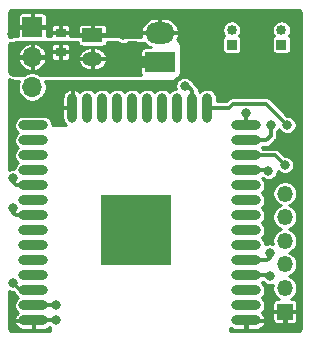
<source format=gbl>
G04 #@! TF.GenerationSoftware,KiCad,Pcbnew,(5.1.6)-1*
G04 #@! TF.CreationDate,2020-09-12T19:57:54+12:00*
G04 #@! TF.ProjectId,ESPAnt,45535041-6e74-42e6-9b69-6361645f7063,rev?*
G04 #@! TF.SameCoordinates,PX42c1d80PY8f0d180*
G04 #@! TF.FileFunction,Copper,L2,Bot*
G04 #@! TF.FilePolarity,Positive*
%FSLAX46Y46*%
G04 Gerber Fmt 4.6, Leading zero omitted, Abs format (unit mm)*
G04 Created by KiCad (PCBNEW (5.1.6)-1) date 2020-09-12 19:57:54*
%MOMM*%
%LPD*%
G01*
G04 APERTURE LIST*
G04 #@! TA.AperFunction,ComponentPad*
%ADD10R,0.850000X0.850000*%
G04 #@! TD*
G04 #@! TA.AperFunction,ComponentPad*
%ADD11C,0.850000*%
G04 #@! TD*
G04 #@! TA.AperFunction,SMDPad,CuDef*
%ADD12R,6.000000X6.000000*%
G04 #@! TD*
G04 #@! TA.AperFunction,SMDPad,CuDef*
%ADD13O,2.500000X0.900000*%
G04 #@! TD*
G04 #@! TA.AperFunction,SMDPad,CuDef*
%ADD14O,0.900000X2.500000*%
G04 #@! TD*
G04 #@! TA.AperFunction,ComponentPad*
%ADD15R,1.350000X1.350000*%
G04 #@! TD*
G04 #@! TA.AperFunction,ComponentPad*
%ADD16O,1.350000X1.350000*%
G04 #@! TD*
G04 #@! TA.AperFunction,ComponentPad*
%ADD17R,1.700000X1.700000*%
G04 #@! TD*
G04 #@! TA.AperFunction,ComponentPad*
%ADD18O,1.700000X1.700000*%
G04 #@! TD*
G04 #@! TA.AperFunction,SMDPad,CuDef*
%ADD19R,0.900000X0.800000*%
G04 #@! TD*
G04 #@! TA.AperFunction,ComponentPad*
%ADD20R,1.700000X1.200000*%
G04 #@! TD*
G04 #@! TA.AperFunction,ComponentPad*
%ADD21O,1.700000X1.200000*%
G04 #@! TD*
G04 #@! TA.AperFunction,ComponentPad*
%ADD22O,2.500000X1.800000*%
G04 #@! TD*
G04 #@! TA.AperFunction,ComponentPad*
%ADD23R,2.500000X1.800000*%
G04 #@! TD*
G04 #@! TA.AperFunction,ViaPad*
%ADD24C,0.800000*%
G04 #@! TD*
G04 #@! TA.AperFunction,Conductor*
%ADD25C,0.350000*%
G04 #@! TD*
G04 #@! TA.AperFunction,Conductor*
%ADD26C,1.000000*%
G04 #@! TD*
G04 #@! TA.AperFunction,Conductor*
%ADD27C,0.254000*%
G04 #@! TD*
G04 APERTURE END LIST*
D10*
X25200000Y31400000D03*
D11*
X25200000Y32650000D03*
D10*
X21000000Y31400000D03*
D11*
X21000000Y32650000D03*
D12*
X12900000Y15750000D03*
D13*
X4200000Y8050000D03*
X4200000Y9320000D03*
X4200000Y10590000D03*
X4200000Y11860000D03*
X4200000Y13130000D03*
X4200000Y14400000D03*
X4200000Y15670000D03*
X4200000Y16940000D03*
X4200000Y18210000D03*
X4200000Y19480000D03*
X4200000Y20750000D03*
X4200000Y22020000D03*
X4200000Y23290000D03*
X4200000Y24560000D03*
D14*
X7485000Y26050000D03*
X8755000Y26050000D03*
X10025000Y26050000D03*
X11295000Y26050000D03*
X12565000Y26050000D03*
X13835000Y26050000D03*
X15105000Y26050000D03*
X16375000Y26050000D03*
X17645000Y26050000D03*
X18915000Y26050000D03*
D13*
X22200000Y24560000D03*
X22200000Y23290000D03*
X22200000Y22020000D03*
X22200000Y20750000D03*
X22200000Y19480000D03*
X22200000Y18210000D03*
X22200000Y16940000D03*
X22200000Y15670000D03*
X22200000Y14400000D03*
X22200000Y13130000D03*
X22200000Y11860000D03*
X22200000Y10590000D03*
X22200000Y9320000D03*
X22200000Y8050000D03*
D15*
X25500000Y8800000D03*
D16*
X25500000Y10800000D03*
X25500000Y12800000D03*
X25500000Y14800000D03*
X25500000Y16800000D03*
X25500000Y18800000D03*
D17*
X4100000Y32900000D03*
D18*
X4100000Y30360000D03*
X4100000Y27820000D03*
D19*
X6500000Y32400000D03*
X6500000Y30800000D03*
D20*
X9200000Y32200000D03*
D21*
X9200000Y30200000D03*
D22*
X14900000Y32400000D03*
D23*
X14900000Y29900000D03*
D24*
X14700000Y17000000D03*
X14700000Y14700000D03*
X11200000Y14700000D03*
X11200000Y17000000D03*
X6100000Y8050000D03*
X24100000Y7900000D03*
X2450000Y7450000D03*
X2400000Y32300000D03*
X2500000Y25700000D03*
X26400000Y26700000D03*
X26400000Y29900000D03*
X26400000Y33700000D03*
X22700000Y33800000D03*
X18000000Y33800000D03*
X11800000Y33900000D03*
X6600000Y33900000D03*
X24300000Y15800000D03*
X24300000Y17900000D03*
X12000000Y28000000D03*
X14500000Y28000000D03*
X6100000Y26100000D03*
X7500000Y28000000D03*
X20500000Y28300000D03*
X18600000Y31200000D03*
X11800000Y32200000D03*
X12700000Y29900000D03*
X10950000Y30250000D03*
X6100000Y9350000D03*
X2500000Y17550000D03*
X2500000Y20100000D03*
X17000000Y27900000D03*
X24100000Y20700000D03*
X25500000Y21200000D03*
X24300000Y24600000D03*
X25700000Y24600000D03*
X22200000Y25600000D03*
X2500000Y11200000D03*
X24200000Y13800000D03*
X24200000Y11800000D03*
D25*
X4200000Y8050000D02*
X5900000Y8050000D01*
X5900000Y8050000D02*
X6100000Y8050000D01*
X5300000Y32900000D02*
X5800000Y32400000D01*
X4100000Y32900000D02*
X5300000Y32900000D01*
X5800000Y32400000D02*
X6500000Y32400000D01*
X6500000Y32400000D02*
X7600000Y32400000D01*
X7800000Y32200000D02*
X9200000Y32200000D01*
X7600000Y32400000D02*
X7800000Y32200000D01*
X9200000Y32200000D02*
X11800000Y32200000D01*
X12000000Y32400000D02*
X14900000Y32400000D01*
X11800000Y32200000D02*
X12000000Y32400000D01*
X11800000Y32200000D02*
X11800000Y32200000D01*
X5302081Y30360000D02*
X5742081Y30800000D01*
X4100000Y30360000D02*
X5302081Y30360000D01*
X5742081Y30800000D02*
X6500000Y30800000D01*
X7350000Y30800000D02*
X6500000Y30800000D01*
X9200000Y30200000D02*
X7950000Y30200000D01*
X7950000Y30200000D02*
X7350000Y30800000D01*
X10400000Y30200000D02*
X10450000Y30250000D01*
X9200000Y30200000D02*
X10400000Y30200000D01*
X10450000Y30250000D02*
X10950000Y30250000D01*
D26*
X12250000Y29900000D02*
X12700000Y29900000D01*
D25*
X11900000Y30250000D02*
X12250000Y29900000D01*
D26*
X12700000Y29900000D02*
X14900000Y29900000D01*
D25*
X10950000Y30250000D02*
X11900000Y30250000D01*
X4200000Y9320000D02*
X6070000Y9320000D01*
X6070000Y9320000D02*
X6100000Y9350000D01*
X2500000Y17150000D02*
X2500000Y17550000D01*
X4200000Y16940000D02*
X2710000Y16940000D01*
X2710000Y16940000D02*
X2500000Y17150000D01*
X2500000Y19750000D02*
X2500000Y20100000D01*
X4200000Y19480000D02*
X2770000Y19480000D01*
X2770000Y19480000D02*
X2500000Y19750000D01*
X17000000Y27900000D02*
X17250000Y27900000D01*
X17645000Y27505000D02*
X17645000Y26050000D01*
X17250000Y27900000D02*
X17645000Y27505000D01*
X22200000Y20750000D02*
X23850000Y20750000D01*
X23850000Y20750000D02*
X23900000Y20700000D01*
X23900000Y20700000D02*
X24100000Y20700000D01*
X22200000Y22020000D02*
X24680000Y22020000D01*
X24680000Y22020000D02*
X25500000Y21200000D01*
X22200000Y23290000D02*
X23890000Y23290000D01*
X23890000Y23290000D02*
X24300000Y23700000D01*
X24300000Y23700000D02*
X24300000Y24600000D01*
X18915000Y26050000D02*
X20750000Y26050000D01*
X20750000Y26050000D02*
X21100000Y26400000D01*
X23900000Y26400000D02*
X25700000Y24600000D01*
X21100000Y26400000D02*
X23900000Y26400000D01*
X22200000Y24560000D02*
X22200000Y25600000D01*
X4200000Y10590000D02*
X3110000Y10590000D01*
X3110000Y10590000D02*
X2500000Y11200000D01*
X24200000Y13380000D02*
X24200000Y13800000D01*
X22200000Y13130000D02*
X23950000Y13130000D01*
X23950000Y13130000D02*
X24200000Y13380000D01*
X23800000Y11860000D02*
X23860000Y11800000D01*
X22200000Y11860000D02*
X23800000Y11860000D01*
X23860000Y11800000D02*
X24200000Y11800000D01*
D27*
G36*
X2130058Y10507887D02*
G01*
X2272191Y10449013D01*
X2423078Y10419000D01*
X2494698Y10419000D01*
X2622140Y10291558D01*
X2628542Y10270452D01*
X2705706Y10126088D01*
X2809552Y9999552D01*
X2863838Y9955000D01*
X2809552Y9910448D01*
X2705706Y9783912D01*
X2628542Y9639548D01*
X2581025Y9482904D01*
X2564980Y9320000D01*
X2581025Y9157096D01*
X2628542Y9000452D01*
X2705706Y8856088D01*
X2809552Y8729552D01*
X2865329Y8683777D01*
X2778454Y8603665D01*
X2682382Y8471769D01*
X2613888Y8323665D01*
X2588110Y8227189D01*
X2665817Y8098000D01*
X4152000Y8098000D01*
X4152000Y8118000D01*
X4248000Y8118000D01*
X4248000Y8098000D01*
X4268000Y8098000D01*
X4268000Y8002000D01*
X4248000Y8002000D01*
X4248000Y7219000D01*
X5048000Y7219000D01*
X5209198Y7244332D01*
X5362356Y7300625D01*
X5501589Y7385716D01*
X5621546Y7496335D01*
X5623000Y7498331D01*
X5623000Y7127000D01*
X2508328Y7127000D01*
X2403743Y7140769D01*
X2314045Y7177923D01*
X2237024Y7237024D01*
X2177923Y7314045D01*
X2140769Y7403743D01*
X2127000Y7508328D01*
X2127000Y7872811D01*
X2588110Y7872811D01*
X2613888Y7776335D01*
X2682382Y7628231D01*
X2778454Y7496335D01*
X2898411Y7385716D01*
X3037644Y7300625D01*
X3190802Y7244332D01*
X3352000Y7219000D01*
X4152000Y7219000D01*
X4152000Y8002000D01*
X2665817Y8002000D01*
X2588110Y7872811D01*
X2127000Y7872811D01*
X2127000Y10509930D01*
X2130058Y10507887D01*
G37*
X2130058Y10507887D02*
X2272191Y10449013D01*
X2423078Y10419000D01*
X2494698Y10419000D01*
X2622140Y10291558D01*
X2628542Y10270452D01*
X2705706Y10126088D01*
X2809552Y9999552D01*
X2863838Y9955000D01*
X2809552Y9910448D01*
X2705706Y9783912D01*
X2628542Y9639548D01*
X2581025Y9482904D01*
X2564980Y9320000D01*
X2581025Y9157096D01*
X2628542Y9000452D01*
X2705706Y8856088D01*
X2809552Y8729552D01*
X2865329Y8683777D01*
X2778454Y8603665D01*
X2682382Y8471769D01*
X2613888Y8323665D01*
X2588110Y8227189D01*
X2665817Y8098000D01*
X4152000Y8098000D01*
X4152000Y8118000D01*
X4248000Y8118000D01*
X4248000Y8098000D01*
X4268000Y8098000D01*
X4268000Y8002000D01*
X4248000Y8002000D01*
X4248000Y7219000D01*
X5048000Y7219000D01*
X5209198Y7244332D01*
X5362356Y7300625D01*
X5501589Y7385716D01*
X5621546Y7496335D01*
X5623000Y7498331D01*
X5623000Y7127000D01*
X2508328Y7127000D01*
X2403743Y7140769D01*
X2314045Y7177923D01*
X2237024Y7237024D01*
X2177923Y7314045D01*
X2140769Y7403743D01*
X2127000Y7508328D01*
X2127000Y7872811D01*
X2588110Y7872811D01*
X2613888Y7776335D01*
X2682382Y7628231D01*
X2778454Y7496335D01*
X2898411Y7385716D01*
X3037644Y7300625D01*
X3190802Y7244332D01*
X3352000Y7219000D01*
X4152000Y7219000D01*
X4152000Y8002000D01*
X2665817Y8002000D01*
X2588110Y7872811D01*
X2127000Y7872811D01*
X2127000Y10509930D01*
X2130058Y10507887D01*
G36*
X26596257Y34359231D02*
G01*
X26685955Y34322077D01*
X26762976Y34262976D01*
X26822077Y34185955D01*
X26859231Y34096257D01*
X26873000Y33991672D01*
X26873000Y7508328D01*
X26859231Y7403743D01*
X26822077Y7314045D01*
X26762976Y7237024D01*
X26685955Y7177923D01*
X26596257Y7140769D01*
X26491672Y7127000D01*
X20877000Y7127000D01*
X20877000Y7405460D01*
X20898411Y7385716D01*
X21037644Y7300625D01*
X21190802Y7244332D01*
X21352000Y7219000D01*
X22152000Y7219000D01*
X22152000Y8002000D01*
X22248000Y8002000D01*
X22248000Y7219000D01*
X23048000Y7219000D01*
X23209198Y7244332D01*
X23362356Y7300625D01*
X23501589Y7385716D01*
X23621546Y7496335D01*
X23717618Y7628231D01*
X23786112Y7776335D01*
X23811890Y7872811D01*
X23734183Y8002000D01*
X22248000Y8002000D01*
X22152000Y8002000D01*
X22132000Y8002000D01*
X22132000Y8098000D01*
X22152000Y8098000D01*
X22152000Y8118000D01*
X22248000Y8118000D01*
X22248000Y8098000D01*
X23734183Y8098000D01*
X23750423Y8125000D01*
X24442157Y8125000D01*
X24449513Y8050311D01*
X24471299Y7978492D01*
X24506678Y7912304D01*
X24554289Y7854289D01*
X24612304Y7806678D01*
X24678492Y7771299D01*
X24750311Y7749513D01*
X24825000Y7742157D01*
X25356750Y7744000D01*
X25452000Y7839250D01*
X25452000Y8752000D01*
X25548000Y8752000D01*
X25548000Y7839250D01*
X25643250Y7744000D01*
X26175000Y7742157D01*
X26249689Y7749513D01*
X26321508Y7771299D01*
X26387696Y7806678D01*
X26445711Y7854289D01*
X26493322Y7912304D01*
X26528701Y7978492D01*
X26550487Y8050311D01*
X26557843Y8125000D01*
X26556000Y8656750D01*
X26460750Y8752000D01*
X25548000Y8752000D01*
X25452000Y8752000D01*
X24539250Y8752000D01*
X24444000Y8656750D01*
X24442157Y8125000D01*
X23750423Y8125000D01*
X23811890Y8227189D01*
X23786112Y8323665D01*
X23717618Y8471769D01*
X23621546Y8603665D01*
X23534671Y8683777D01*
X23590448Y8729552D01*
X23694294Y8856088D01*
X23771458Y9000452D01*
X23818975Y9157096D01*
X23835020Y9320000D01*
X23818975Y9482904D01*
X23771458Y9639548D01*
X23694294Y9783912D01*
X23590448Y9910448D01*
X23536162Y9955000D01*
X23590448Y9999552D01*
X23694294Y10126088D01*
X23771458Y10270452D01*
X23818975Y10427096D01*
X23835020Y10590000D01*
X23818975Y10752904D01*
X23771458Y10909548D01*
X23694294Y11053912D01*
X23590448Y11180448D01*
X23536162Y11225000D01*
X23590448Y11269552D01*
X23606449Y11289050D01*
X23702141Y11193358D01*
X23830058Y11107887D01*
X23972191Y11049013D01*
X24123078Y11019000D01*
X24276922Y11019000D01*
X24427809Y11049013D01*
X24476887Y11069342D01*
X24444000Y10904007D01*
X24444000Y10695993D01*
X24484581Y10491976D01*
X24564185Y10299796D01*
X24679751Y10126839D01*
X24826839Y9979751D01*
X24999796Y9864185D01*
X25016711Y9857179D01*
X24825000Y9857843D01*
X24750311Y9850487D01*
X24678492Y9828701D01*
X24612304Y9793322D01*
X24554289Y9745711D01*
X24506678Y9687696D01*
X24471299Y9621508D01*
X24449513Y9549689D01*
X24442157Y9475000D01*
X24444000Y8943250D01*
X24539250Y8848000D01*
X25452000Y8848000D01*
X25452000Y8868000D01*
X25548000Y8868000D01*
X25548000Y8848000D01*
X26460750Y8848000D01*
X26556000Y8943250D01*
X26557843Y9475000D01*
X26550487Y9549689D01*
X26528701Y9621508D01*
X26493322Y9687696D01*
X26445711Y9745711D01*
X26387696Y9793322D01*
X26321508Y9828701D01*
X26249689Y9850487D01*
X26175000Y9857843D01*
X25983289Y9857179D01*
X26000204Y9864185D01*
X26173161Y9979751D01*
X26320249Y10126839D01*
X26435815Y10299796D01*
X26515419Y10491976D01*
X26556000Y10695993D01*
X26556000Y10904007D01*
X26515419Y11108024D01*
X26435815Y11300204D01*
X26320249Y11473161D01*
X26173161Y11620249D01*
X26000204Y11735815D01*
X25845249Y11800000D01*
X26000204Y11864185D01*
X26173161Y11979751D01*
X26320249Y12126839D01*
X26435815Y12299796D01*
X26515419Y12491976D01*
X26556000Y12695993D01*
X26556000Y12904007D01*
X26515419Y13108024D01*
X26435815Y13300204D01*
X26320249Y13473161D01*
X26173161Y13620249D01*
X26000204Y13735815D01*
X25845249Y13800000D01*
X26000204Y13864185D01*
X26173161Y13979751D01*
X26320249Y14126839D01*
X26435815Y14299796D01*
X26515419Y14491976D01*
X26556000Y14695993D01*
X26556000Y14904007D01*
X26515419Y15108024D01*
X26435815Y15300204D01*
X26320249Y15473161D01*
X26173161Y15620249D01*
X26000204Y15735815D01*
X25845249Y15800000D01*
X26000204Y15864185D01*
X26173161Y15979751D01*
X26320249Y16126839D01*
X26435815Y16299796D01*
X26515419Y16491976D01*
X26556000Y16695993D01*
X26556000Y16904007D01*
X26515419Y17108024D01*
X26435815Y17300204D01*
X26320249Y17473161D01*
X26173161Y17620249D01*
X26000204Y17735815D01*
X25845249Y17800000D01*
X26000204Y17864185D01*
X26173161Y17979751D01*
X26320249Y18126839D01*
X26435815Y18299796D01*
X26515419Y18491976D01*
X26556000Y18695993D01*
X26556000Y18904007D01*
X26515419Y19108024D01*
X26435815Y19300204D01*
X26320249Y19473161D01*
X26173161Y19620249D01*
X26000204Y19735815D01*
X25808024Y19815419D01*
X25604007Y19856000D01*
X25395993Y19856000D01*
X25191976Y19815419D01*
X24999796Y19735815D01*
X24826839Y19620249D01*
X24679751Y19473161D01*
X24564185Y19300204D01*
X24484581Y19108024D01*
X24444000Y18904007D01*
X24444000Y18695993D01*
X24484581Y18491976D01*
X24564185Y18299796D01*
X24679751Y18126839D01*
X24826839Y17979751D01*
X24999796Y17864185D01*
X25154751Y17800000D01*
X24999796Y17735815D01*
X24826839Y17620249D01*
X24679751Y17473161D01*
X24564185Y17300204D01*
X24484581Y17108024D01*
X24444000Y16904007D01*
X24444000Y16695993D01*
X24484581Y16491976D01*
X24564185Y16299796D01*
X24679751Y16126839D01*
X24826839Y15979751D01*
X24999796Y15864185D01*
X25154751Y15800000D01*
X24999796Y15735815D01*
X24826839Y15620249D01*
X24679751Y15473161D01*
X24564185Y15300204D01*
X24484581Y15108024D01*
X24444000Y14904007D01*
X24444000Y14695993D01*
X24476887Y14530658D01*
X24427809Y14550987D01*
X24276922Y14581000D01*
X24123078Y14581000D01*
X23972191Y14550987D01*
X23830058Y14492113D01*
X23826201Y14489536D01*
X23818975Y14562904D01*
X23771458Y14719548D01*
X23694294Y14863912D01*
X23590448Y14990448D01*
X23536162Y15035000D01*
X23590448Y15079552D01*
X23694294Y15206088D01*
X23771458Y15350452D01*
X23818975Y15507096D01*
X23835020Y15670000D01*
X23818975Y15832904D01*
X23771458Y15989548D01*
X23694294Y16133912D01*
X23590448Y16260448D01*
X23536162Y16305000D01*
X23590448Y16349552D01*
X23694294Y16476088D01*
X23771458Y16620452D01*
X23818975Y16777096D01*
X23835020Y16940000D01*
X23818975Y17102904D01*
X23771458Y17259548D01*
X23694294Y17403912D01*
X23590448Y17530448D01*
X23536162Y17575000D01*
X23590448Y17619552D01*
X23694294Y17746088D01*
X23771458Y17890452D01*
X23818975Y18047096D01*
X23835020Y18210000D01*
X23818975Y18372904D01*
X23771458Y18529548D01*
X23694294Y18673912D01*
X23590448Y18800448D01*
X23536162Y18845000D01*
X23590448Y18889552D01*
X23694294Y19016088D01*
X23771458Y19160452D01*
X23818975Y19317096D01*
X23835020Y19480000D01*
X23818975Y19642904D01*
X23771458Y19799548D01*
X23694294Y19943912D01*
X23590448Y20070448D01*
X23536162Y20115000D01*
X23560514Y20134985D01*
X23602141Y20093358D01*
X23730058Y20007887D01*
X23872191Y19949013D01*
X24023078Y19919000D01*
X24176922Y19919000D01*
X24327809Y19949013D01*
X24469942Y20007887D01*
X24597859Y20093358D01*
X24706642Y20202141D01*
X24792113Y20330058D01*
X24850987Y20472191D01*
X24881000Y20623078D01*
X24881000Y20720636D01*
X24893358Y20702141D01*
X25002141Y20593358D01*
X25130058Y20507887D01*
X25272191Y20449013D01*
X25423078Y20419000D01*
X25576922Y20419000D01*
X25727809Y20449013D01*
X25869942Y20507887D01*
X25997859Y20593358D01*
X26106642Y20702141D01*
X26192113Y20830058D01*
X26250987Y20972191D01*
X26281000Y21123078D01*
X26281000Y21276922D01*
X26250987Y21427809D01*
X26192113Y21569942D01*
X26106642Y21697859D01*
X25997859Y21806642D01*
X25869942Y21892113D01*
X25727809Y21950987D01*
X25576922Y21981000D01*
X25505302Y21981000D01*
X25092469Y22393832D01*
X25075053Y22415053D01*
X24990392Y22484534D01*
X24893801Y22536162D01*
X24788995Y22567955D01*
X24707312Y22576000D01*
X24707304Y22576000D01*
X24680000Y22578689D01*
X24652696Y22576000D01*
X23618719Y22576000D01*
X23590448Y22610448D01*
X23536162Y22655000D01*
X23590448Y22699552D01*
X23618719Y22734000D01*
X23862696Y22734000D01*
X23890000Y22731311D01*
X23917304Y22734000D01*
X23917312Y22734000D01*
X23998995Y22742045D01*
X24103801Y22773838D01*
X24200392Y22825466D01*
X24285053Y22894947D01*
X24302468Y22916167D01*
X24673842Y23287539D01*
X24695053Y23304947D01*
X24712460Y23326157D01*
X24712464Y23326161D01*
X24764534Y23389608D01*
X24816162Y23486198D01*
X24847955Y23591005D01*
X24848879Y23600391D01*
X24856000Y23672688D01*
X24856000Y23672695D01*
X24858689Y23700000D01*
X24856000Y23727305D01*
X24856000Y24051499D01*
X24906642Y24102141D01*
X24992113Y24230058D01*
X25000000Y24249099D01*
X25007887Y24230058D01*
X25093358Y24102141D01*
X25202141Y23993358D01*
X25330058Y23907887D01*
X25472191Y23849013D01*
X25623078Y23819000D01*
X25776922Y23819000D01*
X25927809Y23849013D01*
X26069942Y23907887D01*
X26197859Y23993358D01*
X26306642Y24102141D01*
X26392113Y24230058D01*
X26450987Y24372191D01*
X26481000Y24523078D01*
X26481000Y24676922D01*
X26450987Y24827809D01*
X26392113Y24969942D01*
X26306642Y25097859D01*
X26197859Y25206642D01*
X26069942Y25292113D01*
X25927809Y25350987D01*
X25776922Y25381000D01*
X25705303Y25381000D01*
X24312469Y26773832D01*
X24295053Y26795053D01*
X24210392Y26864534D01*
X24113801Y26916162D01*
X24008995Y26947955D01*
X23927312Y26956000D01*
X23927304Y26956000D01*
X23900000Y26958689D01*
X23872696Y26956000D01*
X21127305Y26956000D01*
X21100000Y26958689D01*
X21072695Y26956000D01*
X21072688Y26956000D01*
X20991005Y26947955D01*
X20886199Y26916162D01*
X20789608Y26864534D01*
X20704947Y26795053D01*
X20687535Y26773837D01*
X20519699Y26606000D01*
X19746000Y26606000D01*
X19746000Y26890815D01*
X19733975Y27012904D01*
X19686458Y27169548D01*
X19609294Y27313912D01*
X19505448Y27440448D01*
X19378912Y27544294D01*
X19234548Y27621458D01*
X19077904Y27668975D01*
X18915000Y27685020D01*
X18752097Y27668975D01*
X18595453Y27621458D01*
X18451089Y27544294D01*
X18324553Y27440448D01*
X18280001Y27386161D01*
X18235448Y27440448D01*
X18201000Y27468719D01*
X18201000Y27477696D01*
X18203689Y27505001D01*
X18201000Y27532306D01*
X18201000Y27532312D01*
X18192955Y27613995D01*
X18161162Y27718801D01*
X18109534Y27815392D01*
X18076192Y27856019D01*
X18057463Y27878840D01*
X18057460Y27878843D01*
X18040053Y27900053D01*
X18018842Y27917461D01*
X17710324Y28225978D01*
X17692113Y28269942D01*
X17606642Y28397859D01*
X17497859Y28506642D01*
X17369942Y28592113D01*
X17227809Y28650987D01*
X17076922Y28681000D01*
X16923078Y28681000D01*
X16772191Y28650987D01*
X16630058Y28592113D01*
X16502141Y28506642D01*
X16393358Y28397859D01*
X16307887Y28269942D01*
X16249013Y28127809D01*
X16219000Y27976922D01*
X16219000Y27823078D01*
X16248931Y27672603D01*
X16212097Y27668975D01*
X16055453Y27621458D01*
X15911089Y27544294D01*
X15784553Y27440448D01*
X15740001Y27386161D01*
X15695448Y27440448D01*
X15568912Y27544294D01*
X15424548Y27621458D01*
X15267904Y27668975D01*
X15105000Y27685020D01*
X14942097Y27668975D01*
X14785453Y27621458D01*
X14641089Y27544294D01*
X14514553Y27440448D01*
X14470001Y27386161D01*
X14425448Y27440448D01*
X14298912Y27544294D01*
X14154548Y27621458D01*
X13997904Y27668975D01*
X13835000Y27685020D01*
X13672097Y27668975D01*
X13515453Y27621458D01*
X13371089Y27544294D01*
X13244553Y27440448D01*
X13200001Y27386161D01*
X13155448Y27440448D01*
X13028912Y27544294D01*
X12884548Y27621458D01*
X12727904Y27668975D01*
X12565000Y27685020D01*
X12402097Y27668975D01*
X12245453Y27621458D01*
X12101089Y27544294D01*
X11974553Y27440448D01*
X11930001Y27386161D01*
X11885448Y27440448D01*
X11758912Y27544294D01*
X11614548Y27621458D01*
X11457904Y27668975D01*
X11295000Y27685020D01*
X11132097Y27668975D01*
X10975453Y27621458D01*
X10831089Y27544294D01*
X10704553Y27440448D01*
X10660001Y27386161D01*
X10615448Y27440448D01*
X10488912Y27544294D01*
X10344548Y27621458D01*
X10187904Y27668975D01*
X10025000Y27685020D01*
X9862097Y27668975D01*
X9705453Y27621458D01*
X9561089Y27544294D01*
X9434553Y27440448D01*
X9390001Y27386161D01*
X9345448Y27440448D01*
X9218912Y27544294D01*
X9074548Y27621458D01*
X8917904Y27668975D01*
X8755000Y27685020D01*
X8592097Y27668975D01*
X8435453Y27621458D01*
X8291089Y27544294D01*
X8164553Y27440448D01*
X8118778Y27384671D01*
X8038665Y27471546D01*
X7906769Y27567618D01*
X7758665Y27636112D01*
X7662189Y27661890D01*
X7533000Y27584183D01*
X7533000Y26098000D01*
X7553000Y26098000D01*
X7553000Y26002000D01*
X7533000Y26002000D01*
X7533000Y25982000D01*
X7437000Y25982000D01*
X7437000Y26002000D01*
X6654000Y26002000D01*
X6654000Y25202000D01*
X6679332Y25040802D01*
X6735625Y24887644D01*
X6820716Y24748411D01*
X6931335Y24628454D01*
X6933331Y24627000D01*
X5828421Y24627000D01*
X5818975Y24722904D01*
X5771458Y24879548D01*
X5694294Y25023912D01*
X5590448Y25150448D01*
X5463912Y25254294D01*
X5319548Y25331458D01*
X5162904Y25378975D01*
X5040815Y25391000D01*
X3359185Y25391000D01*
X3237096Y25378975D01*
X3080452Y25331458D01*
X2936088Y25254294D01*
X2809552Y25150448D01*
X2705706Y25023912D01*
X2628542Y24879548D01*
X2581025Y24722904D01*
X2564980Y24560000D01*
X2581025Y24397096D01*
X2628542Y24240452D01*
X2705706Y24096088D01*
X2809552Y23969552D01*
X2863838Y23925000D01*
X2809552Y23880448D01*
X2705706Y23753912D01*
X2628542Y23609548D01*
X2581025Y23452904D01*
X2564980Y23290000D01*
X2581025Y23127096D01*
X2628542Y22970452D01*
X2705706Y22826088D01*
X2809552Y22699552D01*
X2863838Y22655000D01*
X2809552Y22610448D01*
X2705706Y22483912D01*
X2628542Y22339548D01*
X2581025Y22182904D01*
X2564980Y22020000D01*
X2581025Y21857096D01*
X2628542Y21700452D01*
X2705706Y21556088D01*
X2809552Y21429552D01*
X2863838Y21385000D01*
X2809552Y21340448D01*
X2705706Y21213912D01*
X2628542Y21069548D01*
X2581025Y20912904D01*
X2577864Y20880813D01*
X2576922Y20881000D01*
X2423078Y20881000D01*
X2272191Y20850987D01*
X2130058Y20792113D01*
X2127000Y20790070D01*
X2127000Y28453890D01*
X2222460Y28414056D01*
X2318244Y28388092D01*
X2447312Y28370679D01*
X2496920Y28367260D01*
X2993539Y28365524D01*
X2916307Y28179069D01*
X2869000Y27941243D01*
X2869000Y27698757D01*
X2916307Y27460931D01*
X3009102Y27236903D01*
X3143820Y27035283D01*
X3315283Y26863820D01*
X3516903Y26729102D01*
X3740931Y26636307D01*
X3978757Y26589000D01*
X4221243Y26589000D01*
X4459069Y26636307D01*
X4683097Y26729102D01*
X4884717Y26863820D01*
X4918897Y26898000D01*
X6654000Y26898000D01*
X6654000Y26098000D01*
X7437000Y26098000D01*
X7437000Y27584183D01*
X7307811Y27661890D01*
X7211335Y27636112D01*
X7063231Y27567618D01*
X6931335Y27471546D01*
X6820716Y27351589D01*
X6735625Y27212356D01*
X6679332Y27059198D01*
X6654000Y26898000D01*
X4918897Y26898000D01*
X5056180Y27035283D01*
X5190898Y27236903D01*
X5283693Y27460931D01*
X5331000Y27698757D01*
X5331000Y27941243D01*
X5283693Y28179069D01*
X5209671Y28357775D01*
X15796920Y28320756D01*
X15846771Y28323856D01*
X15976521Y28340515D01*
X16072882Y28366034D01*
X16193870Y28415778D01*
X16280310Y28465416D01*
X16384255Y28544839D01*
X16454865Y28615203D01*
X16534651Y28718870D01*
X16584592Y28805137D01*
X16634758Y28925950D01*
X16660613Y29022218D01*
X16677726Y29151909D01*
X16681000Y29201751D01*
X16681000Y31201745D01*
X16677755Y31251366D01*
X16660793Y31380494D01*
X16635164Y31476367D01*
X16585430Y31596734D01*
X16535909Y31682737D01*
X16456776Y31786177D01*
X16418090Y31825000D01*
X20192157Y31825000D01*
X20192157Y30975000D01*
X20199513Y30900311D01*
X20221299Y30828492D01*
X20256678Y30762304D01*
X20304289Y30704289D01*
X20362304Y30656678D01*
X20428492Y30621299D01*
X20500311Y30599513D01*
X20575000Y30592157D01*
X21425000Y30592157D01*
X21499689Y30599513D01*
X21571508Y30621299D01*
X21637696Y30656678D01*
X21695711Y30704289D01*
X21743322Y30762304D01*
X21778701Y30828492D01*
X21800487Y30900311D01*
X21807843Y30975000D01*
X21807843Y31825000D01*
X24392157Y31825000D01*
X24392157Y30975000D01*
X24399513Y30900311D01*
X24421299Y30828492D01*
X24456678Y30762304D01*
X24504289Y30704289D01*
X24562304Y30656678D01*
X24628492Y30621299D01*
X24700311Y30599513D01*
X24775000Y30592157D01*
X25625000Y30592157D01*
X25699689Y30599513D01*
X25771508Y30621299D01*
X25837696Y30656678D01*
X25895711Y30704289D01*
X25943322Y30762304D01*
X25978701Y30828492D01*
X26000487Y30900311D01*
X26007843Y30975000D01*
X26007843Y31825000D01*
X26000487Y31899689D01*
X25978701Y31971508D01*
X25943322Y32037696D01*
X25895711Y32095711D01*
X25837696Y32143322D01*
X25832627Y32146032D01*
X25914268Y32268216D01*
X25975026Y32414898D01*
X26006000Y32570616D01*
X26006000Y32729384D01*
X25975026Y32885102D01*
X25914268Y33031784D01*
X25826061Y33163795D01*
X25713795Y33276061D01*
X25581784Y33364268D01*
X25435102Y33425026D01*
X25279384Y33456000D01*
X25120616Y33456000D01*
X24964898Y33425026D01*
X24818216Y33364268D01*
X24686205Y33276061D01*
X24573939Y33163795D01*
X24485732Y33031784D01*
X24424974Y32885102D01*
X24394000Y32729384D01*
X24394000Y32570616D01*
X24424974Y32414898D01*
X24485732Y32268216D01*
X24567373Y32146032D01*
X24562304Y32143322D01*
X24504289Y32095711D01*
X24456678Y32037696D01*
X24421299Y31971508D01*
X24399513Y31899689D01*
X24392157Y31825000D01*
X21807843Y31825000D01*
X21800487Y31899689D01*
X21778701Y31971508D01*
X21743322Y32037696D01*
X21695711Y32095711D01*
X21637696Y32143322D01*
X21632627Y32146032D01*
X21714268Y32268216D01*
X21775026Y32414898D01*
X21806000Y32570616D01*
X21806000Y32729384D01*
X21775026Y32885102D01*
X21714268Y33031784D01*
X21626061Y33163795D01*
X21513795Y33276061D01*
X21381784Y33364268D01*
X21235102Y33425026D01*
X21079384Y33456000D01*
X20920616Y33456000D01*
X20764898Y33425026D01*
X20618216Y33364268D01*
X20486205Y33276061D01*
X20373939Y33163795D01*
X20285732Y33031784D01*
X20224974Y32885102D01*
X20194000Y32729384D01*
X20194000Y32570616D01*
X20224974Y32414898D01*
X20285732Y32268216D01*
X20367373Y32146032D01*
X20362304Y32143322D01*
X20304289Y32095711D01*
X20256678Y32037696D01*
X20221299Y31971508D01*
X20199513Y31899689D01*
X20192157Y31825000D01*
X16418090Y31825000D01*
X16398510Y31844648D01*
X16451858Y31954128D01*
X16506831Y32152339D01*
X16434778Y32352000D01*
X14948000Y32352000D01*
X14948000Y32332000D01*
X14852000Y32332000D01*
X14852000Y32352000D01*
X13365222Y32352000D01*
X13293169Y32152339D01*
X13310054Y32091457D01*
X10386069Y32101681D01*
X10335750Y32152000D01*
X9248000Y32152000D01*
X9248000Y32132000D01*
X9152000Y32132000D01*
X9152000Y32152000D01*
X8064250Y32152000D01*
X8022196Y32109946D01*
X7332036Y32112359D01*
X7331000Y32256750D01*
X7235750Y32352000D01*
X6548000Y32352000D01*
X6548000Y32332000D01*
X6452000Y32332000D01*
X6452000Y32352000D01*
X5764250Y32352000D01*
X5669000Y32256750D01*
X5668005Y32118178D01*
X5332662Y32119350D01*
X5331000Y32756750D01*
X5287750Y32800000D01*
X5667157Y32800000D01*
X5669000Y32543250D01*
X5764250Y32448000D01*
X6452000Y32448000D01*
X6452000Y33085750D01*
X6548000Y33085750D01*
X6548000Y32448000D01*
X7235750Y32448000D01*
X7331000Y32543250D01*
X7332843Y32800000D01*
X7967157Y32800000D01*
X7969000Y32343250D01*
X8064250Y32248000D01*
X9152000Y32248000D01*
X9152000Y33085750D01*
X9248000Y33085750D01*
X9248000Y32248000D01*
X10335750Y32248000D01*
X10431000Y32343250D01*
X10432228Y32647661D01*
X13293169Y32647661D01*
X13365222Y32448000D01*
X14852000Y32448000D01*
X14852000Y33681000D01*
X14948000Y33681000D01*
X14948000Y32448000D01*
X16434778Y32448000D01*
X16506831Y32647661D01*
X16451858Y32845872D01*
X16341779Y33071775D01*
X16189744Y33271863D01*
X16001595Y33438445D01*
X15784563Y33565121D01*
X15546988Y33647022D01*
X15298000Y33681000D01*
X14948000Y33681000D01*
X14852000Y33681000D01*
X14502000Y33681000D01*
X14253012Y33647022D01*
X14015437Y33565121D01*
X13798405Y33438445D01*
X13610256Y33271863D01*
X13458221Y33071775D01*
X13348142Y32845872D01*
X13293169Y32647661D01*
X10432228Y32647661D01*
X10432843Y32800000D01*
X10425487Y32874689D01*
X10403701Y32946508D01*
X10368322Y33012696D01*
X10320711Y33070711D01*
X10262696Y33118322D01*
X10196508Y33153701D01*
X10124689Y33175487D01*
X10050000Y33182843D01*
X9343250Y33181000D01*
X9248000Y33085750D01*
X9152000Y33085750D01*
X9056750Y33181000D01*
X8350000Y33182843D01*
X8275311Y33175487D01*
X8203492Y33153701D01*
X8137304Y33118322D01*
X8079289Y33070711D01*
X8031678Y33012696D01*
X7996299Y32946508D01*
X7974513Y32874689D01*
X7967157Y32800000D01*
X7332843Y32800000D01*
X7325487Y32874689D01*
X7303701Y32946508D01*
X7268322Y33012696D01*
X7220711Y33070711D01*
X7162696Y33118322D01*
X7096508Y33153701D01*
X7024689Y33175487D01*
X6950000Y33182843D01*
X6643250Y33181000D01*
X6548000Y33085750D01*
X6452000Y33085750D01*
X6356750Y33181000D01*
X6050000Y33182843D01*
X5975311Y33175487D01*
X5903492Y33153701D01*
X5837304Y33118322D01*
X5779289Y33070711D01*
X5731678Y33012696D01*
X5696299Y32946508D01*
X5674513Y32874689D01*
X5667157Y32800000D01*
X5287750Y32800000D01*
X5235750Y32852000D01*
X4148000Y32852000D01*
X4148000Y32832000D01*
X4052000Y32832000D01*
X4052000Y32852000D01*
X2964250Y32852000D01*
X2869000Y32756750D01*
X2867360Y32127970D01*
X2503080Y32129244D01*
X2453229Y32126144D01*
X2323479Y32109485D01*
X2227118Y32083966D01*
X2127000Y32042803D01*
X2127000Y33750000D01*
X2867157Y33750000D01*
X2869000Y33043250D01*
X2964250Y32948000D01*
X4052000Y32948000D01*
X4052000Y34035750D01*
X4148000Y34035750D01*
X4148000Y32948000D01*
X5235750Y32948000D01*
X5331000Y33043250D01*
X5332843Y33750000D01*
X5325487Y33824689D01*
X5303701Y33896508D01*
X5268322Y33962696D01*
X5220711Y34020711D01*
X5162696Y34068322D01*
X5096508Y34103701D01*
X5024689Y34125487D01*
X4950000Y34132843D01*
X4243250Y34131000D01*
X4148000Y34035750D01*
X4052000Y34035750D01*
X3956750Y34131000D01*
X3250000Y34132843D01*
X3175311Y34125487D01*
X3103492Y34103701D01*
X3037304Y34068322D01*
X2979289Y34020711D01*
X2931678Y33962696D01*
X2896299Y33896508D01*
X2874513Y33824689D01*
X2867157Y33750000D01*
X2127000Y33750000D01*
X2127000Y33991672D01*
X2140769Y34096257D01*
X2177923Y34185955D01*
X2237024Y34262976D01*
X2314045Y34322077D01*
X2403743Y34359231D01*
X2508328Y34373000D01*
X26491672Y34373000D01*
X26596257Y34359231D01*
G37*
X26596257Y34359231D02*
X26685955Y34322077D01*
X26762976Y34262976D01*
X26822077Y34185955D01*
X26859231Y34096257D01*
X26873000Y33991672D01*
X26873000Y7508328D01*
X26859231Y7403743D01*
X26822077Y7314045D01*
X26762976Y7237024D01*
X26685955Y7177923D01*
X26596257Y7140769D01*
X26491672Y7127000D01*
X20877000Y7127000D01*
X20877000Y7405460D01*
X20898411Y7385716D01*
X21037644Y7300625D01*
X21190802Y7244332D01*
X21352000Y7219000D01*
X22152000Y7219000D01*
X22152000Y8002000D01*
X22248000Y8002000D01*
X22248000Y7219000D01*
X23048000Y7219000D01*
X23209198Y7244332D01*
X23362356Y7300625D01*
X23501589Y7385716D01*
X23621546Y7496335D01*
X23717618Y7628231D01*
X23786112Y7776335D01*
X23811890Y7872811D01*
X23734183Y8002000D01*
X22248000Y8002000D01*
X22152000Y8002000D01*
X22132000Y8002000D01*
X22132000Y8098000D01*
X22152000Y8098000D01*
X22152000Y8118000D01*
X22248000Y8118000D01*
X22248000Y8098000D01*
X23734183Y8098000D01*
X23750423Y8125000D01*
X24442157Y8125000D01*
X24449513Y8050311D01*
X24471299Y7978492D01*
X24506678Y7912304D01*
X24554289Y7854289D01*
X24612304Y7806678D01*
X24678492Y7771299D01*
X24750311Y7749513D01*
X24825000Y7742157D01*
X25356750Y7744000D01*
X25452000Y7839250D01*
X25452000Y8752000D01*
X25548000Y8752000D01*
X25548000Y7839250D01*
X25643250Y7744000D01*
X26175000Y7742157D01*
X26249689Y7749513D01*
X26321508Y7771299D01*
X26387696Y7806678D01*
X26445711Y7854289D01*
X26493322Y7912304D01*
X26528701Y7978492D01*
X26550487Y8050311D01*
X26557843Y8125000D01*
X26556000Y8656750D01*
X26460750Y8752000D01*
X25548000Y8752000D01*
X25452000Y8752000D01*
X24539250Y8752000D01*
X24444000Y8656750D01*
X24442157Y8125000D01*
X23750423Y8125000D01*
X23811890Y8227189D01*
X23786112Y8323665D01*
X23717618Y8471769D01*
X23621546Y8603665D01*
X23534671Y8683777D01*
X23590448Y8729552D01*
X23694294Y8856088D01*
X23771458Y9000452D01*
X23818975Y9157096D01*
X23835020Y9320000D01*
X23818975Y9482904D01*
X23771458Y9639548D01*
X23694294Y9783912D01*
X23590448Y9910448D01*
X23536162Y9955000D01*
X23590448Y9999552D01*
X23694294Y10126088D01*
X23771458Y10270452D01*
X23818975Y10427096D01*
X23835020Y10590000D01*
X23818975Y10752904D01*
X23771458Y10909548D01*
X23694294Y11053912D01*
X23590448Y11180448D01*
X23536162Y11225000D01*
X23590448Y11269552D01*
X23606449Y11289050D01*
X23702141Y11193358D01*
X23830058Y11107887D01*
X23972191Y11049013D01*
X24123078Y11019000D01*
X24276922Y11019000D01*
X24427809Y11049013D01*
X24476887Y11069342D01*
X24444000Y10904007D01*
X24444000Y10695993D01*
X24484581Y10491976D01*
X24564185Y10299796D01*
X24679751Y10126839D01*
X24826839Y9979751D01*
X24999796Y9864185D01*
X25016711Y9857179D01*
X24825000Y9857843D01*
X24750311Y9850487D01*
X24678492Y9828701D01*
X24612304Y9793322D01*
X24554289Y9745711D01*
X24506678Y9687696D01*
X24471299Y9621508D01*
X24449513Y9549689D01*
X24442157Y9475000D01*
X24444000Y8943250D01*
X24539250Y8848000D01*
X25452000Y8848000D01*
X25452000Y8868000D01*
X25548000Y8868000D01*
X25548000Y8848000D01*
X26460750Y8848000D01*
X26556000Y8943250D01*
X26557843Y9475000D01*
X26550487Y9549689D01*
X26528701Y9621508D01*
X26493322Y9687696D01*
X26445711Y9745711D01*
X26387696Y9793322D01*
X26321508Y9828701D01*
X26249689Y9850487D01*
X26175000Y9857843D01*
X25983289Y9857179D01*
X26000204Y9864185D01*
X26173161Y9979751D01*
X26320249Y10126839D01*
X26435815Y10299796D01*
X26515419Y10491976D01*
X26556000Y10695993D01*
X26556000Y10904007D01*
X26515419Y11108024D01*
X26435815Y11300204D01*
X26320249Y11473161D01*
X26173161Y11620249D01*
X26000204Y11735815D01*
X25845249Y11800000D01*
X26000204Y11864185D01*
X26173161Y11979751D01*
X26320249Y12126839D01*
X26435815Y12299796D01*
X26515419Y12491976D01*
X26556000Y12695993D01*
X26556000Y12904007D01*
X26515419Y13108024D01*
X26435815Y13300204D01*
X26320249Y13473161D01*
X26173161Y13620249D01*
X26000204Y13735815D01*
X25845249Y13800000D01*
X26000204Y13864185D01*
X26173161Y13979751D01*
X26320249Y14126839D01*
X26435815Y14299796D01*
X26515419Y14491976D01*
X26556000Y14695993D01*
X26556000Y14904007D01*
X26515419Y15108024D01*
X26435815Y15300204D01*
X26320249Y15473161D01*
X26173161Y15620249D01*
X26000204Y15735815D01*
X25845249Y15800000D01*
X26000204Y15864185D01*
X26173161Y15979751D01*
X26320249Y16126839D01*
X26435815Y16299796D01*
X26515419Y16491976D01*
X26556000Y16695993D01*
X26556000Y16904007D01*
X26515419Y17108024D01*
X26435815Y17300204D01*
X26320249Y17473161D01*
X26173161Y17620249D01*
X26000204Y17735815D01*
X25845249Y17800000D01*
X26000204Y17864185D01*
X26173161Y17979751D01*
X26320249Y18126839D01*
X26435815Y18299796D01*
X26515419Y18491976D01*
X26556000Y18695993D01*
X26556000Y18904007D01*
X26515419Y19108024D01*
X26435815Y19300204D01*
X26320249Y19473161D01*
X26173161Y19620249D01*
X26000204Y19735815D01*
X25808024Y19815419D01*
X25604007Y19856000D01*
X25395993Y19856000D01*
X25191976Y19815419D01*
X24999796Y19735815D01*
X24826839Y19620249D01*
X24679751Y19473161D01*
X24564185Y19300204D01*
X24484581Y19108024D01*
X24444000Y18904007D01*
X24444000Y18695993D01*
X24484581Y18491976D01*
X24564185Y18299796D01*
X24679751Y18126839D01*
X24826839Y17979751D01*
X24999796Y17864185D01*
X25154751Y17800000D01*
X24999796Y17735815D01*
X24826839Y17620249D01*
X24679751Y17473161D01*
X24564185Y17300204D01*
X24484581Y17108024D01*
X24444000Y16904007D01*
X24444000Y16695993D01*
X24484581Y16491976D01*
X24564185Y16299796D01*
X24679751Y16126839D01*
X24826839Y15979751D01*
X24999796Y15864185D01*
X25154751Y15800000D01*
X24999796Y15735815D01*
X24826839Y15620249D01*
X24679751Y15473161D01*
X24564185Y15300204D01*
X24484581Y15108024D01*
X24444000Y14904007D01*
X24444000Y14695993D01*
X24476887Y14530658D01*
X24427809Y14550987D01*
X24276922Y14581000D01*
X24123078Y14581000D01*
X23972191Y14550987D01*
X23830058Y14492113D01*
X23826201Y14489536D01*
X23818975Y14562904D01*
X23771458Y14719548D01*
X23694294Y14863912D01*
X23590448Y14990448D01*
X23536162Y15035000D01*
X23590448Y15079552D01*
X23694294Y15206088D01*
X23771458Y15350452D01*
X23818975Y15507096D01*
X23835020Y15670000D01*
X23818975Y15832904D01*
X23771458Y15989548D01*
X23694294Y16133912D01*
X23590448Y16260448D01*
X23536162Y16305000D01*
X23590448Y16349552D01*
X23694294Y16476088D01*
X23771458Y16620452D01*
X23818975Y16777096D01*
X23835020Y16940000D01*
X23818975Y17102904D01*
X23771458Y17259548D01*
X23694294Y17403912D01*
X23590448Y17530448D01*
X23536162Y17575000D01*
X23590448Y17619552D01*
X23694294Y17746088D01*
X23771458Y17890452D01*
X23818975Y18047096D01*
X23835020Y18210000D01*
X23818975Y18372904D01*
X23771458Y18529548D01*
X23694294Y18673912D01*
X23590448Y18800448D01*
X23536162Y18845000D01*
X23590448Y18889552D01*
X23694294Y19016088D01*
X23771458Y19160452D01*
X23818975Y19317096D01*
X23835020Y19480000D01*
X23818975Y19642904D01*
X23771458Y19799548D01*
X23694294Y19943912D01*
X23590448Y20070448D01*
X23536162Y20115000D01*
X23560514Y20134985D01*
X23602141Y20093358D01*
X23730058Y20007887D01*
X23872191Y19949013D01*
X24023078Y19919000D01*
X24176922Y19919000D01*
X24327809Y19949013D01*
X24469942Y20007887D01*
X24597859Y20093358D01*
X24706642Y20202141D01*
X24792113Y20330058D01*
X24850987Y20472191D01*
X24881000Y20623078D01*
X24881000Y20720636D01*
X24893358Y20702141D01*
X25002141Y20593358D01*
X25130058Y20507887D01*
X25272191Y20449013D01*
X25423078Y20419000D01*
X25576922Y20419000D01*
X25727809Y20449013D01*
X25869942Y20507887D01*
X25997859Y20593358D01*
X26106642Y20702141D01*
X26192113Y20830058D01*
X26250987Y20972191D01*
X26281000Y21123078D01*
X26281000Y21276922D01*
X26250987Y21427809D01*
X26192113Y21569942D01*
X26106642Y21697859D01*
X25997859Y21806642D01*
X25869942Y21892113D01*
X25727809Y21950987D01*
X25576922Y21981000D01*
X25505302Y21981000D01*
X25092469Y22393832D01*
X25075053Y22415053D01*
X24990392Y22484534D01*
X24893801Y22536162D01*
X24788995Y22567955D01*
X24707312Y22576000D01*
X24707304Y22576000D01*
X24680000Y22578689D01*
X24652696Y22576000D01*
X23618719Y22576000D01*
X23590448Y22610448D01*
X23536162Y22655000D01*
X23590448Y22699552D01*
X23618719Y22734000D01*
X23862696Y22734000D01*
X23890000Y22731311D01*
X23917304Y22734000D01*
X23917312Y22734000D01*
X23998995Y22742045D01*
X24103801Y22773838D01*
X24200392Y22825466D01*
X24285053Y22894947D01*
X24302468Y22916167D01*
X24673842Y23287539D01*
X24695053Y23304947D01*
X24712460Y23326157D01*
X24712464Y23326161D01*
X24764534Y23389608D01*
X24816162Y23486198D01*
X24847955Y23591005D01*
X24848879Y23600391D01*
X24856000Y23672688D01*
X24856000Y23672695D01*
X24858689Y23700000D01*
X24856000Y23727305D01*
X24856000Y24051499D01*
X24906642Y24102141D01*
X24992113Y24230058D01*
X25000000Y24249099D01*
X25007887Y24230058D01*
X25093358Y24102141D01*
X25202141Y23993358D01*
X25330058Y23907887D01*
X25472191Y23849013D01*
X25623078Y23819000D01*
X25776922Y23819000D01*
X25927809Y23849013D01*
X26069942Y23907887D01*
X26197859Y23993358D01*
X26306642Y24102141D01*
X26392113Y24230058D01*
X26450987Y24372191D01*
X26481000Y24523078D01*
X26481000Y24676922D01*
X26450987Y24827809D01*
X26392113Y24969942D01*
X26306642Y25097859D01*
X26197859Y25206642D01*
X26069942Y25292113D01*
X25927809Y25350987D01*
X25776922Y25381000D01*
X25705303Y25381000D01*
X24312469Y26773832D01*
X24295053Y26795053D01*
X24210392Y26864534D01*
X24113801Y26916162D01*
X24008995Y26947955D01*
X23927312Y26956000D01*
X23927304Y26956000D01*
X23900000Y26958689D01*
X23872696Y26956000D01*
X21127305Y26956000D01*
X21100000Y26958689D01*
X21072695Y26956000D01*
X21072688Y26956000D01*
X20991005Y26947955D01*
X20886199Y26916162D01*
X20789608Y26864534D01*
X20704947Y26795053D01*
X20687535Y26773837D01*
X20519699Y26606000D01*
X19746000Y26606000D01*
X19746000Y26890815D01*
X19733975Y27012904D01*
X19686458Y27169548D01*
X19609294Y27313912D01*
X19505448Y27440448D01*
X19378912Y27544294D01*
X19234548Y27621458D01*
X19077904Y27668975D01*
X18915000Y27685020D01*
X18752097Y27668975D01*
X18595453Y27621458D01*
X18451089Y27544294D01*
X18324553Y27440448D01*
X18280001Y27386161D01*
X18235448Y27440448D01*
X18201000Y27468719D01*
X18201000Y27477696D01*
X18203689Y27505001D01*
X18201000Y27532306D01*
X18201000Y27532312D01*
X18192955Y27613995D01*
X18161162Y27718801D01*
X18109534Y27815392D01*
X18076192Y27856019D01*
X18057463Y27878840D01*
X18057460Y27878843D01*
X18040053Y27900053D01*
X18018842Y27917461D01*
X17710324Y28225978D01*
X17692113Y28269942D01*
X17606642Y28397859D01*
X17497859Y28506642D01*
X17369942Y28592113D01*
X17227809Y28650987D01*
X17076922Y28681000D01*
X16923078Y28681000D01*
X16772191Y28650987D01*
X16630058Y28592113D01*
X16502141Y28506642D01*
X16393358Y28397859D01*
X16307887Y28269942D01*
X16249013Y28127809D01*
X16219000Y27976922D01*
X16219000Y27823078D01*
X16248931Y27672603D01*
X16212097Y27668975D01*
X16055453Y27621458D01*
X15911089Y27544294D01*
X15784553Y27440448D01*
X15740001Y27386161D01*
X15695448Y27440448D01*
X15568912Y27544294D01*
X15424548Y27621458D01*
X15267904Y27668975D01*
X15105000Y27685020D01*
X14942097Y27668975D01*
X14785453Y27621458D01*
X14641089Y27544294D01*
X14514553Y27440448D01*
X14470001Y27386161D01*
X14425448Y27440448D01*
X14298912Y27544294D01*
X14154548Y27621458D01*
X13997904Y27668975D01*
X13835000Y27685020D01*
X13672097Y27668975D01*
X13515453Y27621458D01*
X13371089Y27544294D01*
X13244553Y27440448D01*
X13200001Y27386161D01*
X13155448Y27440448D01*
X13028912Y27544294D01*
X12884548Y27621458D01*
X12727904Y27668975D01*
X12565000Y27685020D01*
X12402097Y27668975D01*
X12245453Y27621458D01*
X12101089Y27544294D01*
X11974553Y27440448D01*
X11930001Y27386161D01*
X11885448Y27440448D01*
X11758912Y27544294D01*
X11614548Y27621458D01*
X11457904Y27668975D01*
X11295000Y27685020D01*
X11132097Y27668975D01*
X10975453Y27621458D01*
X10831089Y27544294D01*
X10704553Y27440448D01*
X10660001Y27386161D01*
X10615448Y27440448D01*
X10488912Y27544294D01*
X10344548Y27621458D01*
X10187904Y27668975D01*
X10025000Y27685020D01*
X9862097Y27668975D01*
X9705453Y27621458D01*
X9561089Y27544294D01*
X9434553Y27440448D01*
X9390001Y27386161D01*
X9345448Y27440448D01*
X9218912Y27544294D01*
X9074548Y27621458D01*
X8917904Y27668975D01*
X8755000Y27685020D01*
X8592097Y27668975D01*
X8435453Y27621458D01*
X8291089Y27544294D01*
X8164553Y27440448D01*
X8118778Y27384671D01*
X8038665Y27471546D01*
X7906769Y27567618D01*
X7758665Y27636112D01*
X7662189Y27661890D01*
X7533000Y27584183D01*
X7533000Y26098000D01*
X7553000Y26098000D01*
X7553000Y26002000D01*
X7533000Y26002000D01*
X7533000Y25982000D01*
X7437000Y25982000D01*
X7437000Y26002000D01*
X6654000Y26002000D01*
X6654000Y25202000D01*
X6679332Y25040802D01*
X6735625Y24887644D01*
X6820716Y24748411D01*
X6931335Y24628454D01*
X6933331Y24627000D01*
X5828421Y24627000D01*
X5818975Y24722904D01*
X5771458Y24879548D01*
X5694294Y25023912D01*
X5590448Y25150448D01*
X5463912Y25254294D01*
X5319548Y25331458D01*
X5162904Y25378975D01*
X5040815Y25391000D01*
X3359185Y25391000D01*
X3237096Y25378975D01*
X3080452Y25331458D01*
X2936088Y25254294D01*
X2809552Y25150448D01*
X2705706Y25023912D01*
X2628542Y24879548D01*
X2581025Y24722904D01*
X2564980Y24560000D01*
X2581025Y24397096D01*
X2628542Y24240452D01*
X2705706Y24096088D01*
X2809552Y23969552D01*
X2863838Y23925000D01*
X2809552Y23880448D01*
X2705706Y23753912D01*
X2628542Y23609548D01*
X2581025Y23452904D01*
X2564980Y23290000D01*
X2581025Y23127096D01*
X2628542Y22970452D01*
X2705706Y22826088D01*
X2809552Y22699552D01*
X2863838Y22655000D01*
X2809552Y22610448D01*
X2705706Y22483912D01*
X2628542Y22339548D01*
X2581025Y22182904D01*
X2564980Y22020000D01*
X2581025Y21857096D01*
X2628542Y21700452D01*
X2705706Y21556088D01*
X2809552Y21429552D01*
X2863838Y21385000D01*
X2809552Y21340448D01*
X2705706Y21213912D01*
X2628542Y21069548D01*
X2581025Y20912904D01*
X2577864Y20880813D01*
X2576922Y20881000D01*
X2423078Y20881000D01*
X2272191Y20850987D01*
X2130058Y20792113D01*
X2127000Y20790070D01*
X2127000Y28453890D01*
X2222460Y28414056D01*
X2318244Y28388092D01*
X2447312Y28370679D01*
X2496920Y28367260D01*
X2993539Y28365524D01*
X2916307Y28179069D01*
X2869000Y27941243D01*
X2869000Y27698757D01*
X2916307Y27460931D01*
X3009102Y27236903D01*
X3143820Y27035283D01*
X3315283Y26863820D01*
X3516903Y26729102D01*
X3740931Y26636307D01*
X3978757Y26589000D01*
X4221243Y26589000D01*
X4459069Y26636307D01*
X4683097Y26729102D01*
X4884717Y26863820D01*
X4918897Y26898000D01*
X6654000Y26898000D01*
X6654000Y26098000D01*
X7437000Y26098000D01*
X7437000Y27584183D01*
X7307811Y27661890D01*
X7211335Y27636112D01*
X7063231Y27567618D01*
X6931335Y27471546D01*
X6820716Y27351589D01*
X6735625Y27212356D01*
X6679332Y27059198D01*
X6654000Y26898000D01*
X4918897Y26898000D01*
X5056180Y27035283D01*
X5190898Y27236903D01*
X5283693Y27460931D01*
X5331000Y27698757D01*
X5331000Y27941243D01*
X5283693Y28179069D01*
X5209671Y28357775D01*
X15796920Y28320756D01*
X15846771Y28323856D01*
X15976521Y28340515D01*
X16072882Y28366034D01*
X16193870Y28415778D01*
X16280310Y28465416D01*
X16384255Y28544839D01*
X16454865Y28615203D01*
X16534651Y28718870D01*
X16584592Y28805137D01*
X16634758Y28925950D01*
X16660613Y29022218D01*
X16677726Y29151909D01*
X16681000Y29201751D01*
X16681000Y31201745D01*
X16677755Y31251366D01*
X16660793Y31380494D01*
X16635164Y31476367D01*
X16585430Y31596734D01*
X16535909Y31682737D01*
X16456776Y31786177D01*
X16418090Y31825000D01*
X20192157Y31825000D01*
X20192157Y30975000D01*
X20199513Y30900311D01*
X20221299Y30828492D01*
X20256678Y30762304D01*
X20304289Y30704289D01*
X20362304Y30656678D01*
X20428492Y30621299D01*
X20500311Y30599513D01*
X20575000Y30592157D01*
X21425000Y30592157D01*
X21499689Y30599513D01*
X21571508Y30621299D01*
X21637696Y30656678D01*
X21695711Y30704289D01*
X21743322Y30762304D01*
X21778701Y30828492D01*
X21800487Y30900311D01*
X21807843Y30975000D01*
X21807843Y31825000D01*
X24392157Y31825000D01*
X24392157Y30975000D01*
X24399513Y30900311D01*
X24421299Y30828492D01*
X24456678Y30762304D01*
X24504289Y30704289D01*
X24562304Y30656678D01*
X24628492Y30621299D01*
X24700311Y30599513D01*
X24775000Y30592157D01*
X25625000Y30592157D01*
X25699689Y30599513D01*
X25771508Y30621299D01*
X25837696Y30656678D01*
X25895711Y30704289D01*
X25943322Y30762304D01*
X25978701Y30828492D01*
X26000487Y30900311D01*
X26007843Y30975000D01*
X26007843Y31825000D01*
X26000487Y31899689D01*
X25978701Y31971508D01*
X25943322Y32037696D01*
X25895711Y32095711D01*
X25837696Y32143322D01*
X25832627Y32146032D01*
X25914268Y32268216D01*
X25975026Y32414898D01*
X26006000Y32570616D01*
X26006000Y32729384D01*
X25975026Y32885102D01*
X25914268Y33031784D01*
X25826061Y33163795D01*
X25713795Y33276061D01*
X25581784Y33364268D01*
X25435102Y33425026D01*
X25279384Y33456000D01*
X25120616Y33456000D01*
X24964898Y33425026D01*
X24818216Y33364268D01*
X24686205Y33276061D01*
X24573939Y33163795D01*
X24485732Y33031784D01*
X24424974Y32885102D01*
X24394000Y32729384D01*
X24394000Y32570616D01*
X24424974Y32414898D01*
X24485732Y32268216D01*
X24567373Y32146032D01*
X24562304Y32143322D01*
X24504289Y32095711D01*
X24456678Y32037696D01*
X24421299Y31971508D01*
X24399513Y31899689D01*
X24392157Y31825000D01*
X21807843Y31825000D01*
X21800487Y31899689D01*
X21778701Y31971508D01*
X21743322Y32037696D01*
X21695711Y32095711D01*
X21637696Y32143322D01*
X21632627Y32146032D01*
X21714268Y32268216D01*
X21775026Y32414898D01*
X21806000Y32570616D01*
X21806000Y32729384D01*
X21775026Y32885102D01*
X21714268Y33031784D01*
X21626061Y33163795D01*
X21513795Y33276061D01*
X21381784Y33364268D01*
X21235102Y33425026D01*
X21079384Y33456000D01*
X20920616Y33456000D01*
X20764898Y33425026D01*
X20618216Y33364268D01*
X20486205Y33276061D01*
X20373939Y33163795D01*
X20285732Y33031784D01*
X20224974Y32885102D01*
X20194000Y32729384D01*
X20194000Y32570616D01*
X20224974Y32414898D01*
X20285732Y32268216D01*
X20367373Y32146032D01*
X20362304Y32143322D01*
X20304289Y32095711D01*
X20256678Y32037696D01*
X20221299Y31971508D01*
X20199513Y31899689D01*
X20192157Y31825000D01*
X16418090Y31825000D01*
X16398510Y31844648D01*
X16451858Y31954128D01*
X16506831Y32152339D01*
X16434778Y32352000D01*
X14948000Y32352000D01*
X14948000Y32332000D01*
X14852000Y32332000D01*
X14852000Y32352000D01*
X13365222Y32352000D01*
X13293169Y32152339D01*
X13310054Y32091457D01*
X10386069Y32101681D01*
X10335750Y32152000D01*
X9248000Y32152000D01*
X9248000Y32132000D01*
X9152000Y32132000D01*
X9152000Y32152000D01*
X8064250Y32152000D01*
X8022196Y32109946D01*
X7332036Y32112359D01*
X7331000Y32256750D01*
X7235750Y32352000D01*
X6548000Y32352000D01*
X6548000Y32332000D01*
X6452000Y32332000D01*
X6452000Y32352000D01*
X5764250Y32352000D01*
X5669000Y32256750D01*
X5668005Y32118178D01*
X5332662Y32119350D01*
X5331000Y32756750D01*
X5287750Y32800000D01*
X5667157Y32800000D01*
X5669000Y32543250D01*
X5764250Y32448000D01*
X6452000Y32448000D01*
X6452000Y33085750D01*
X6548000Y33085750D01*
X6548000Y32448000D01*
X7235750Y32448000D01*
X7331000Y32543250D01*
X7332843Y32800000D01*
X7967157Y32800000D01*
X7969000Y32343250D01*
X8064250Y32248000D01*
X9152000Y32248000D01*
X9152000Y33085750D01*
X9248000Y33085750D01*
X9248000Y32248000D01*
X10335750Y32248000D01*
X10431000Y32343250D01*
X10432228Y32647661D01*
X13293169Y32647661D01*
X13365222Y32448000D01*
X14852000Y32448000D01*
X14852000Y33681000D01*
X14948000Y33681000D01*
X14948000Y32448000D01*
X16434778Y32448000D01*
X16506831Y32647661D01*
X16451858Y32845872D01*
X16341779Y33071775D01*
X16189744Y33271863D01*
X16001595Y33438445D01*
X15784563Y33565121D01*
X15546988Y33647022D01*
X15298000Y33681000D01*
X14948000Y33681000D01*
X14852000Y33681000D01*
X14502000Y33681000D01*
X14253012Y33647022D01*
X14015437Y33565121D01*
X13798405Y33438445D01*
X13610256Y33271863D01*
X13458221Y33071775D01*
X13348142Y32845872D01*
X13293169Y32647661D01*
X10432228Y32647661D01*
X10432843Y32800000D01*
X10425487Y32874689D01*
X10403701Y32946508D01*
X10368322Y33012696D01*
X10320711Y33070711D01*
X10262696Y33118322D01*
X10196508Y33153701D01*
X10124689Y33175487D01*
X10050000Y33182843D01*
X9343250Y33181000D01*
X9248000Y33085750D01*
X9152000Y33085750D01*
X9056750Y33181000D01*
X8350000Y33182843D01*
X8275311Y33175487D01*
X8203492Y33153701D01*
X8137304Y33118322D01*
X8079289Y33070711D01*
X8031678Y33012696D01*
X7996299Y32946508D01*
X7974513Y32874689D01*
X7967157Y32800000D01*
X7332843Y32800000D01*
X7325487Y32874689D01*
X7303701Y32946508D01*
X7268322Y33012696D01*
X7220711Y33070711D01*
X7162696Y33118322D01*
X7096508Y33153701D01*
X7024689Y33175487D01*
X6950000Y33182843D01*
X6643250Y33181000D01*
X6548000Y33085750D01*
X6452000Y33085750D01*
X6356750Y33181000D01*
X6050000Y33182843D01*
X5975311Y33175487D01*
X5903492Y33153701D01*
X5837304Y33118322D01*
X5779289Y33070711D01*
X5731678Y33012696D01*
X5696299Y32946508D01*
X5674513Y32874689D01*
X5667157Y32800000D01*
X5287750Y32800000D01*
X5235750Y32852000D01*
X4148000Y32852000D01*
X4148000Y32832000D01*
X4052000Y32832000D01*
X4052000Y32852000D01*
X2964250Y32852000D01*
X2869000Y32756750D01*
X2867360Y32127970D01*
X2503080Y32129244D01*
X2453229Y32126144D01*
X2323479Y32109485D01*
X2227118Y32083966D01*
X2127000Y32042803D01*
X2127000Y33750000D01*
X2867157Y33750000D01*
X2869000Y33043250D01*
X2964250Y32948000D01*
X4052000Y32948000D01*
X4052000Y34035750D01*
X4148000Y34035750D01*
X4148000Y32948000D01*
X5235750Y32948000D01*
X5331000Y33043250D01*
X5332843Y33750000D01*
X5325487Y33824689D01*
X5303701Y33896508D01*
X5268322Y33962696D01*
X5220711Y34020711D01*
X5162696Y34068322D01*
X5096508Y34103701D01*
X5024689Y34125487D01*
X4950000Y34132843D01*
X4243250Y34131000D01*
X4148000Y34035750D01*
X4052000Y34035750D01*
X3956750Y34131000D01*
X3250000Y34132843D01*
X3175311Y34125487D01*
X3103492Y34103701D01*
X3037304Y34068322D01*
X2979289Y34020711D01*
X2931678Y33962696D01*
X2896299Y33896508D01*
X2874513Y33824689D01*
X2867157Y33750000D01*
X2127000Y33750000D01*
X2127000Y33991672D01*
X2140769Y34096257D01*
X2177923Y34185955D01*
X2237024Y34262976D01*
X2314045Y34322077D01*
X2403743Y34359231D01*
X2508328Y34373000D01*
X26491672Y34373000D01*
X26596257Y34359231D01*
G36*
X7967157Y31602136D02*
G01*
X7967157Y31600000D01*
X7974513Y31525311D01*
X7996299Y31453492D01*
X8031678Y31387304D01*
X8079289Y31329289D01*
X8137304Y31281678D01*
X8203492Y31246299D01*
X8275311Y31224513D01*
X8350000Y31217157D01*
X10050000Y31217157D01*
X10124689Y31224513D01*
X10196508Y31246299D01*
X10262696Y31281678D01*
X10320711Y31329289D01*
X10368322Y31387304D01*
X10403701Y31453492D01*
X10425487Y31525311D01*
X10432204Y31593516D01*
X11306479Y31590459D01*
X11430058Y31507887D01*
X11572191Y31449013D01*
X11723078Y31419000D01*
X11876922Y31419000D01*
X12027809Y31449013D01*
X12169942Y31507887D01*
X12288383Y31587026D01*
X13563693Y31582567D01*
X13639814Y31489814D01*
X13834871Y31329734D01*
X14057411Y31210784D01*
X14152277Y31182007D01*
X13650000Y31182843D01*
X13575311Y31175487D01*
X13503492Y31153701D01*
X13437304Y31118322D01*
X13379289Y31070711D01*
X13331678Y31012696D01*
X13296299Y30946508D01*
X13274513Y30874689D01*
X13267157Y30800000D01*
X13269000Y30043250D01*
X13364250Y29948000D01*
X14852000Y29948000D01*
X14852000Y29968000D01*
X14948000Y29968000D01*
X14948000Y29948000D01*
X14968000Y29948000D01*
X14968000Y29852000D01*
X14948000Y29852000D01*
X14948000Y29832000D01*
X14852000Y29832000D01*
X14852000Y29852000D01*
X13364250Y29852000D01*
X13269000Y29756750D01*
X13267157Y29000000D01*
X13274513Y28925311D01*
X13296299Y28853492D01*
X13304862Y28837473D01*
X4748209Y28867391D01*
X4683097Y28910898D01*
X4459069Y29003693D01*
X4221243Y29051000D01*
X3978757Y29051000D01*
X3740931Y29003693D01*
X3516903Y28910898D01*
X3458540Y28871901D01*
X2507005Y28875228D01*
X2402696Y28889301D01*
X2313295Y28926607D01*
X2236561Y28985736D01*
X2177701Y29062676D01*
X2140707Y29152208D01*
X2127000Y29256558D01*
X2127000Y30120167D01*
X2892589Y30120167D01*
X2892714Y30119521D01*
X2962827Y29888612D01*
X3076641Y29675818D01*
X3229782Y29489317D01*
X3416365Y29336276D01*
X3629220Y29222576D01*
X3860166Y29152587D01*
X4052000Y29225184D01*
X4052000Y30312000D01*
X4148000Y30312000D01*
X4148000Y29225184D01*
X4339834Y29152587D01*
X4570780Y29222576D01*
X4783635Y29336276D01*
X4970218Y29489317D01*
X5123359Y29675818D01*
X5237173Y29888612D01*
X5270786Y29999313D01*
X7989747Y29999313D01*
X8025307Y29868934D01*
X8107662Y29694897D01*
X8222388Y29540270D01*
X8365076Y29410996D01*
X8530242Y29312043D01*
X8711539Y29247214D01*
X8902000Y29219000D01*
X9152000Y29219000D01*
X9152000Y30152000D01*
X9248000Y30152000D01*
X9248000Y29219000D01*
X9498000Y29219000D01*
X9688461Y29247214D01*
X9869758Y29312043D01*
X10034924Y29410996D01*
X10177612Y29540270D01*
X10292338Y29694897D01*
X10374693Y29868934D01*
X10410253Y29999313D01*
X10334448Y30152000D01*
X9248000Y30152000D01*
X9152000Y30152000D01*
X8065552Y30152000D01*
X7989747Y29999313D01*
X5270786Y29999313D01*
X5307286Y30119521D01*
X5307411Y30120167D01*
X5234735Y30312000D01*
X4148000Y30312000D01*
X4052000Y30312000D01*
X2965265Y30312000D01*
X2892589Y30120167D01*
X2127000Y30120167D01*
X2127000Y30400000D01*
X5667157Y30400000D01*
X5674513Y30325311D01*
X5696299Y30253492D01*
X5731678Y30187304D01*
X5779289Y30129289D01*
X5837304Y30081678D01*
X5903492Y30046299D01*
X5975311Y30024513D01*
X6050000Y30017157D01*
X6356750Y30019000D01*
X6452000Y30114250D01*
X6452000Y30752000D01*
X6548000Y30752000D01*
X6548000Y30114250D01*
X6643250Y30019000D01*
X6950000Y30017157D01*
X7024689Y30024513D01*
X7096508Y30046299D01*
X7162696Y30081678D01*
X7220711Y30129289D01*
X7268322Y30187304D01*
X7303701Y30253492D01*
X7325487Y30325311D01*
X7332843Y30400000D01*
X7332839Y30400687D01*
X7989747Y30400687D01*
X8065552Y30248000D01*
X9152000Y30248000D01*
X9152000Y31181000D01*
X9248000Y31181000D01*
X9248000Y30248000D01*
X10334448Y30248000D01*
X10410253Y30400687D01*
X10374693Y30531066D01*
X10292338Y30705103D01*
X10177612Y30859730D01*
X10034924Y30989004D01*
X9869758Y31087957D01*
X9688461Y31152786D01*
X9498000Y31181000D01*
X9248000Y31181000D01*
X9152000Y31181000D01*
X8902000Y31181000D01*
X8711539Y31152786D01*
X8530242Y31087957D01*
X8365076Y30989004D01*
X8222388Y30859730D01*
X8107662Y30705103D01*
X8025307Y30531066D01*
X7989747Y30400687D01*
X7332839Y30400687D01*
X7331000Y30656750D01*
X7235750Y30752000D01*
X6548000Y30752000D01*
X6452000Y30752000D01*
X5764250Y30752000D01*
X5669000Y30656750D01*
X5667157Y30400000D01*
X2127000Y30400000D01*
X2127000Y30599833D01*
X2892589Y30599833D01*
X2965265Y30408000D01*
X4052000Y30408000D01*
X4052000Y31494816D01*
X4148000Y31494816D01*
X4148000Y30408000D01*
X5234735Y30408000D01*
X5307411Y30599833D01*
X5307286Y30600479D01*
X5237173Y30831388D01*
X5123359Y31044182D01*
X4995413Y31200000D01*
X5667157Y31200000D01*
X5669000Y30943250D01*
X5764250Y30848000D01*
X6452000Y30848000D01*
X6452000Y31485750D01*
X6548000Y31485750D01*
X6548000Y30848000D01*
X7235750Y30848000D01*
X7331000Y30943250D01*
X7332843Y31200000D01*
X7325487Y31274689D01*
X7303701Y31346508D01*
X7268322Y31412696D01*
X7220711Y31470711D01*
X7162696Y31518322D01*
X7096508Y31553701D01*
X7024689Y31575487D01*
X6950000Y31582843D01*
X6643250Y31581000D01*
X6548000Y31485750D01*
X6452000Y31485750D01*
X6356750Y31581000D01*
X6050000Y31582843D01*
X5975311Y31575487D01*
X5903492Y31553701D01*
X5837304Y31518322D01*
X5779289Y31470711D01*
X5731678Y31412696D01*
X5696299Y31346508D01*
X5674513Y31274689D01*
X5667157Y31200000D01*
X4995413Y31200000D01*
X4970218Y31230683D01*
X4783635Y31383724D01*
X4570780Y31497424D01*
X4339834Y31567413D01*
X4148000Y31494816D01*
X4052000Y31494816D01*
X3860166Y31567413D01*
X3629220Y31497424D01*
X3416365Y31383724D01*
X3229782Y31230683D01*
X3076641Y31044182D01*
X2962827Y30831388D01*
X2892714Y30600479D01*
X2892589Y30599833D01*
X2127000Y30599833D01*
X2127000Y31239903D01*
X2140830Y31344715D01*
X2178143Y31434574D01*
X2237485Y31511679D01*
X2262767Y31530996D01*
X2323078Y31519000D01*
X2476922Y31519000D01*
X2627809Y31549013D01*
X2769942Y31607887D01*
X2788434Y31620243D01*
X7967157Y31602136D01*
G37*
X7967157Y31602136D02*
X7967157Y31600000D01*
X7974513Y31525311D01*
X7996299Y31453492D01*
X8031678Y31387304D01*
X8079289Y31329289D01*
X8137304Y31281678D01*
X8203492Y31246299D01*
X8275311Y31224513D01*
X8350000Y31217157D01*
X10050000Y31217157D01*
X10124689Y31224513D01*
X10196508Y31246299D01*
X10262696Y31281678D01*
X10320711Y31329289D01*
X10368322Y31387304D01*
X10403701Y31453492D01*
X10425487Y31525311D01*
X10432204Y31593516D01*
X11306479Y31590459D01*
X11430058Y31507887D01*
X11572191Y31449013D01*
X11723078Y31419000D01*
X11876922Y31419000D01*
X12027809Y31449013D01*
X12169942Y31507887D01*
X12288383Y31587026D01*
X13563693Y31582567D01*
X13639814Y31489814D01*
X13834871Y31329734D01*
X14057411Y31210784D01*
X14152277Y31182007D01*
X13650000Y31182843D01*
X13575311Y31175487D01*
X13503492Y31153701D01*
X13437304Y31118322D01*
X13379289Y31070711D01*
X13331678Y31012696D01*
X13296299Y30946508D01*
X13274513Y30874689D01*
X13267157Y30800000D01*
X13269000Y30043250D01*
X13364250Y29948000D01*
X14852000Y29948000D01*
X14852000Y29968000D01*
X14948000Y29968000D01*
X14948000Y29948000D01*
X14968000Y29948000D01*
X14968000Y29852000D01*
X14948000Y29852000D01*
X14948000Y29832000D01*
X14852000Y29832000D01*
X14852000Y29852000D01*
X13364250Y29852000D01*
X13269000Y29756750D01*
X13267157Y29000000D01*
X13274513Y28925311D01*
X13296299Y28853492D01*
X13304862Y28837473D01*
X4748209Y28867391D01*
X4683097Y28910898D01*
X4459069Y29003693D01*
X4221243Y29051000D01*
X3978757Y29051000D01*
X3740931Y29003693D01*
X3516903Y28910898D01*
X3458540Y28871901D01*
X2507005Y28875228D01*
X2402696Y28889301D01*
X2313295Y28926607D01*
X2236561Y28985736D01*
X2177701Y29062676D01*
X2140707Y29152208D01*
X2127000Y29256558D01*
X2127000Y30120167D01*
X2892589Y30120167D01*
X2892714Y30119521D01*
X2962827Y29888612D01*
X3076641Y29675818D01*
X3229782Y29489317D01*
X3416365Y29336276D01*
X3629220Y29222576D01*
X3860166Y29152587D01*
X4052000Y29225184D01*
X4052000Y30312000D01*
X4148000Y30312000D01*
X4148000Y29225184D01*
X4339834Y29152587D01*
X4570780Y29222576D01*
X4783635Y29336276D01*
X4970218Y29489317D01*
X5123359Y29675818D01*
X5237173Y29888612D01*
X5270786Y29999313D01*
X7989747Y29999313D01*
X8025307Y29868934D01*
X8107662Y29694897D01*
X8222388Y29540270D01*
X8365076Y29410996D01*
X8530242Y29312043D01*
X8711539Y29247214D01*
X8902000Y29219000D01*
X9152000Y29219000D01*
X9152000Y30152000D01*
X9248000Y30152000D01*
X9248000Y29219000D01*
X9498000Y29219000D01*
X9688461Y29247214D01*
X9869758Y29312043D01*
X10034924Y29410996D01*
X10177612Y29540270D01*
X10292338Y29694897D01*
X10374693Y29868934D01*
X10410253Y29999313D01*
X10334448Y30152000D01*
X9248000Y30152000D01*
X9152000Y30152000D01*
X8065552Y30152000D01*
X7989747Y29999313D01*
X5270786Y29999313D01*
X5307286Y30119521D01*
X5307411Y30120167D01*
X5234735Y30312000D01*
X4148000Y30312000D01*
X4052000Y30312000D01*
X2965265Y30312000D01*
X2892589Y30120167D01*
X2127000Y30120167D01*
X2127000Y30400000D01*
X5667157Y30400000D01*
X5674513Y30325311D01*
X5696299Y30253492D01*
X5731678Y30187304D01*
X5779289Y30129289D01*
X5837304Y30081678D01*
X5903492Y30046299D01*
X5975311Y30024513D01*
X6050000Y30017157D01*
X6356750Y30019000D01*
X6452000Y30114250D01*
X6452000Y30752000D01*
X6548000Y30752000D01*
X6548000Y30114250D01*
X6643250Y30019000D01*
X6950000Y30017157D01*
X7024689Y30024513D01*
X7096508Y30046299D01*
X7162696Y30081678D01*
X7220711Y30129289D01*
X7268322Y30187304D01*
X7303701Y30253492D01*
X7325487Y30325311D01*
X7332843Y30400000D01*
X7332839Y30400687D01*
X7989747Y30400687D01*
X8065552Y30248000D01*
X9152000Y30248000D01*
X9152000Y31181000D01*
X9248000Y31181000D01*
X9248000Y30248000D01*
X10334448Y30248000D01*
X10410253Y30400687D01*
X10374693Y30531066D01*
X10292338Y30705103D01*
X10177612Y30859730D01*
X10034924Y30989004D01*
X9869758Y31087957D01*
X9688461Y31152786D01*
X9498000Y31181000D01*
X9248000Y31181000D01*
X9152000Y31181000D01*
X8902000Y31181000D01*
X8711539Y31152786D01*
X8530242Y31087957D01*
X8365076Y30989004D01*
X8222388Y30859730D01*
X8107662Y30705103D01*
X8025307Y30531066D01*
X7989747Y30400687D01*
X7332839Y30400687D01*
X7331000Y30656750D01*
X7235750Y30752000D01*
X6548000Y30752000D01*
X6452000Y30752000D01*
X5764250Y30752000D01*
X5669000Y30656750D01*
X5667157Y30400000D01*
X2127000Y30400000D01*
X2127000Y30599833D01*
X2892589Y30599833D01*
X2965265Y30408000D01*
X4052000Y30408000D01*
X4052000Y31494816D01*
X4148000Y31494816D01*
X4148000Y30408000D01*
X5234735Y30408000D01*
X5307411Y30599833D01*
X5307286Y30600479D01*
X5237173Y30831388D01*
X5123359Y31044182D01*
X4995413Y31200000D01*
X5667157Y31200000D01*
X5669000Y30943250D01*
X5764250Y30848000D01*
X6452000Y30848000D01*
X6452000Y31485750D01*
X6548000Y31485750D01*
X6548000Y30848000D01*
X7235750Y30848000D01*
X7331000Y30943250D01*
X7332843Y31200000D01*
X7325487Y31274689D01*
X7303701Y31346508D01*
X7268322Y31412696D01*
X7220711Y31470711D01*
X7162696Y31518322D01*
X7096508Y31553701D01*
X7024689Y31575487D01*
X6950000Y31582843D01*
X6643250Y31581000D01*
X6548000Y31485750D01*
X6452000Y31485750D01*
X6356750Y31581000D01*
X6050000Y31582843D01*
X5975311Y31575487D01*
X5903492Y31553701D01*
X5837304Y31518322D01*
X5779289Y31470711D01*
X5731678Y31412696D01*
X5696299Y31346508D01*
X5674513Y31274689D01*
X5667157Y31200000D01*
X4995413Y31200000D01*
X4970218Y31230683D01*
X4783635Y31383724D01*
X4570780Y31497424D01*
X4339834Y31567413D01*
X4148000Y31494816D01*
X4052000Y31494816D01*
X3860166Y31567413D01*
X3629220Y31497424D01*
X3416365Y31383724D01*
X3229782Y31230683D01*
X3076641Y31044182D01*
X2962827Y30831388D01*
X2892714Y30600479D01*
X2892589Y30599833D01*
X2127000Y30599833D01*
X2127000Y31239903D01*
X2140830Y31344715D01*
X2178143Y31434574D01*
X2237485Y31511679D01*
X2262767Y31530996D01*
X2323078Y31519000D01*
X2476922Y31519000D01*
X2627809Y31549013D01*
X2769942Y31607887D01*
X2788434Y31620243D01*
X7967157Y31602136D01*
M02*

</source>
